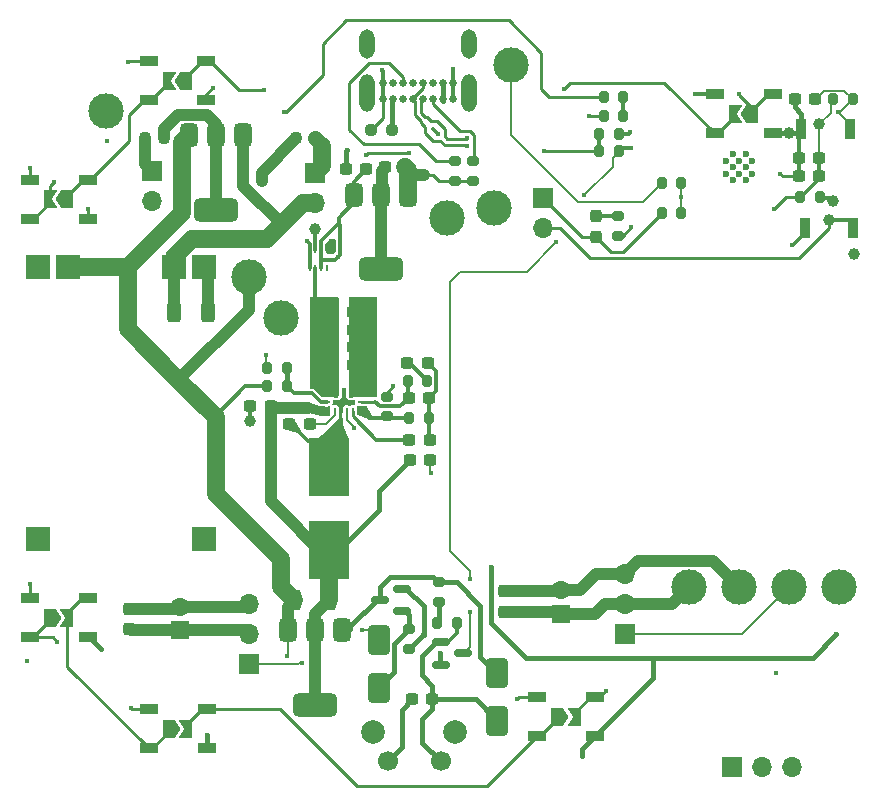
<source format=gtl>
%TF.GenerationSoftware,KiCad,Pcbnew,9.0.0*%
%TF.CreationDate,2025-03-29T02:07:00-04:00*%
%TF.ProjectId,SHERPENT20250113,53484552-5045-44e5-9432-303235303131,rev?*%
%TF.SameCoordinates,Original*%
%TF.FileFunction,Copper,L1,Top*%
%TF.FilePolarity,Positive*%
%FSLAX46Y46*%
G04 Gerber Fmt 4.6, Leading zero omitted, Abs format (unit mm)*
G04 Created by KiCad (PCBNEW 9.0.0) date 2025-03-29 02:07:00*
%MOMM*%
%LPD*%
G01*
G04 APERTURE LIST*
G04 Aperture macros list*
%AMRoundRect*
0 Rectangle with rounded corners*
0 $1 Rounding radius*
0 $2 $3 $4 $5 $6 $7 $8 $9 X,Y pos of 4 corners*
0 Add a 4 corners polygon primitive as box body*
4,1,4,$2,$3,$4,$5,$6,$7,$8,$9,$2,$3,0*
0 Add four circle primitives for the rounded corners*
1,1,$1+$1,$2,$3*
1,1,$1+$1,$4,$5*
1,1,$1+$1,$6,$7*
1,1,$1+$1,$8,$9*
0 Add four rect primitives between the rounded corners*
20,1,$1+$1,$2,$3,$4,$5,0*
20,1,$1+$1,$4,$5,$6,$7,0*
20,1,$1+$1,$6,$7,$8,$9,0*
20,1,$1+$1,$8,$9,$2,$3,0*%
%AMFreePoly0*
4,1,6,1.000000,0.000000,0.500000,-0.750000,-0.500000,-0.750000,-0.500000,0.750000,0.500000,0.750000,1.000000,0.000000,1.000000,0.000000,$1*%
%AMFreePoly1*
4,1,6,0.500000,-0.750000,-0.650000,-0.750000,-0.150000,0.000000,-0.650000,0.750000,0.500000,0.750000,0.500000,-0.750000,0.500000,-0.750000,$1*%
%AMFreePoly2*
4,1,5,0.200000,-0.625000,-0.200000,-0.625000,-0.200000,0.625000,0.200000,0.625000,0.200000,-0.625000,0.200000,-0.625000,$1*%
%AMFreePoly3*
4,1,5,0.200000,-0.725000,-0.200000,-0.725000,-0.200000,0.725000,0.200000,0.725000,0.200000,-0.725000,0.200000,-0.725000,$1*%
G04 Aperture macros list end*
%TA.AperFunction,Conductor*%
%ADD10C,0.200000*%
%TD*%
%TA.AperFunction,SMDPad,CuDef*%
%ADD11R,3.505200X5.000000*%
%TD*%
%TA.AperFunction,SMDPad,CuDef*%
%ADD12RoundRect,0.237500X0.300000X0.237500X-0.300000X0.237500X-0.300000X-0.237500X0.300000X-0.237500X0*%
%TD*%
%TA.AperFunction,ComponentPad*%
%ADD13C,3.000000*%
%TD*%
%TA.AperFunction,SMDPad,CuDef*%
%ADD14RoundRect,0.250000X0.650000X-1.000000X0.650000X1.000000X-0.650000X1.000000X-0.650000X-1.000000X0*%
%TD*%
%TA.AperFunction,SMDPad,CuDef*%
%ADD15RoundRect,0.090000X-0.660000X-0.360000X0.660000X-0.360000X0.660000X0.360000X-0.660000X0.360000X0*%
%TD*%
%TA.AperFunction,SMDPad,CuDef*%
%ADD16RoundRect,0.237500X-0.300000X-0.237500X0.300000X-0.237500X0.300000X0.237500X-0.300000X0.237500X0*%
%TD*%
%TA.AperFunction,SMDPad,CuDef*%
%ADD17RoundRect,0.200000X-0.200000X-0.275000X0.200000X-0.275000X0.200000X0.275000X-0.200000X0.275000X0*%
%TD*%
%TA.AperFunction,SMDPad,CuDef*%
%ADD18R,0.228600X0.609600*%
%TD*%
%TA.AperFunction,SMDPad,CuDef*%
%ADD19RoundRect,0.075000X0.000000X0.106066X-0.106066X0.000000X0.000000X-0.106066X0.106066X0.000000X0*%
%TD*%
%TA.AperFunction,SMDPad,CuDef*%
%ADD20FreePoly0,0.000000*%
%TD*%
%TA.AperFunction,SMDPad,CuDef*%
%ADD21FreePoly1,0.000000*%
%TD*%
%TA.AperFunction,SMDPad,CuDef*%
%ADD22RoundRect,0.250000X-0.312500X-0.625000X0.312500X-0.625000X0.312500X0.625000X-0.312500X0.625000X0*%
%TD*%
%TA.AperFunction,ComponentPad*%
%ADD23R,1.700000X1.700000*%
%TD*%
%TA.AperFunction,ComponentPad*%
%ADD24O,1.700000X1.700000*%
%TD*%
%TA.AperFunction,SMDPad,CuDef*%
%ADD25RoundRect,0.200000X-0.275000X0.200000X-0.275000X-0.200000X0.275000X-0.200000X0.275000X0.200000X0*%
%TD*%
%TA.AperFunction,SMDPad,CuDef*%
%ADD26RoundRect,0.090000X0.660000X0.360000X-0.660000X0.360000X-0.660000X-0.360000X0.660000X-0.360000X0*%
%TD*%
%TA.AperFunction,SMDPad,CuDef*%
%ADD27RoundRect,0.237500X0.237500X-0.287500X0.237500X0.287500X-0.237500X0.287500X-0.237500X-0.287500X0*%
%TD*%
%TA.AperFunction,SMDPad,CuDef*%
%ADD28FreePoly0,180.000000*%
%TD*%
%TA.AperFunction,SMDPad,CuDef*%
%ADD29FreePoly1,180.000000*%
%TD*%
%TA.AperFunction,SMDPad,CuDef*%
%ADD30RoundRect,0.218750X0.218750X0.256250X-0.218750X0.256250X-0.218750X-0.256250X0.218750X-0.256250X0*%
%TD*%
%TA.AperFunction,ComponentPad*%
%ADD31R,1.600000X1.600000*%
%TD*%
%TA.AperFunction,ComponentPad*%
%ADD32C,1.600000*%
%TD*%
%TA.AperFunction,SMDPad,CuDef*%
%ADD33RoundRect,0.200000X0.200000X0.275000X-0.200000X0.275000X-0.200000X-0.275000X0.200000X-0.275000X0*%
%TD*%
%TA.AperFunction,SMDPad,CuDef*%
%ADD34RoundRect,0.237500X0.237500X-0.300000X0.237500X0.300000X-0.237500X0.300000X-0.237500X-0.300000X0*%
%TD*%
%TA.AperFunction,SMDPad,CuDef*%
%ADD35RoundRect,0.150000X0.587500X0.150000X-0.587500X0.150000X-0.587500X-0.150000X0.587500X-0.150000X0*%
%TD*%
%TA.AperFunction,SMDPad,CuDef*%
%ADD36RoundRect,0.237500X0.250000X0.237500X-0.250000X0.237500X-0.250000X-0.237500X0.250000X-0.237500X0*%
%TD*%
%TA.AperFunction,SMDPad,CuDef*%
%ADD37RoundRect,0.218750X-0.218750X-0.256250X0.218750X-0.256250X0.218750X0.256250X-0.218750X0.256250X0*%
%TD*%
%TA.AperFunction,SMDPad,CuDef*%
%ADD38RoundRect,0.200000X0.275000X-0.200000X0.275000X0.200000X-0.275000X0.200000X-0.275000X-0.200000X0*%
%TD*%
%TA.AperFunction,SMDPad,CuDef*%
%ADD39RoundRect,0.375000X-0.375000X0.625000X-0.375000X-0.625000X0.375000X-0.625000X0.375000X0.625000X0*%
%TD*%
%TA.AperFunction,SMDPad,CuDef*%
%ADD40RoundRect,0.500000X-1.400000X0.500000X-1.400000X-0.500000X1.400000X-0.500000X1.400000X0.500000X0*%
%TD*%
%TA.AperFunction,SMDPad,CuDef*%
%ADD41R,0.889000X1.803400*%
%TD*%
%TA.AperFunction,ComponentPad*%
%ADD42C,0.648000*%
%TD*%
%TA.AperFunction,ComponentPad*%
%ADD43O,1.300000X2.500000*%
%TD*%
%TA.AperFunction,ComponentPad*%
%ADD44O,1.300000X3.200000*%
%TD*%
%TA.AperFunction,SMDPad,CuDef*%
%ADD45RoundRect,0.150000X-0.587500X-0.150000X0.587500X-0.150000X0.587500X0.150000X-0.587500X0.150000X0*%
%TD*%
%TA.AperFunction,ComponentPad*%
%ADD46R,2.000000X2.000000*%
%TD*%
%TA.AperFunction,ComponentPad*%
%ADD47C,1.700000*%
%TD*%
%TA.AperFunction,ComponentPad*%
%ADD48C,2.000000*%
%TD*%
%TA.AperFunction,HeatsinkPad*%
%ADD49C,0.600000*%
%TD*%
%TA.AperFunction,SMDPad,CuDef*%
%ADD50R,0.575000X0.250000*%
%TD*%
%TA.AperFunction,SMDPad,CuDef*%
%ADD51R,0.225000X0.700000*%
%TD*%
%TA.AperFunction,SMDPad,CuDef*%
%ADD52R,0.549999X0.249999*%
%TD*%
%TA.AperFunction,SMDPad,CuDef*%
%ADD53FreePoly2,90.000000*%
%TD*%
%TA.AperFunction,SMDPad,CuDef*%
%ADD54FreePoly3,180.000000*%
%TD*%
%TA.AperFunction,SMDPad,CuDef*%
%ADD55R,0.399999X1.000000*%
%TD*%
%TA.AperFunction,SMDPad,CuDef*%
%ADD56FreePoly2,270.000000*%
%TD*%
%TA.AperFunction,SMDPad,CuDef*%
%ADD57R,0.249999X0.549999*%
%TD*%
%TA.AperFunction,ViaPad*%
%ADD58C,0.450000*%
%TD*%
%TA.AperFunction,ViaPad*%
%ADD59C,1.000000*%
%TD*%
%TA.AperFunction,Conductor*%
%ADD60C,0.150000*%
%TD*%
%TA.AperFunction,Conductor*%
%ADD61C,0.450000*%
%TD*%
%TA.AperFunction,Conductor*%
%ADD62C,0.300000*%
%TD*%
%TA.AperFunction,Conductor*%
%ADD63C,0.280000*%
%TD*%
%TA.AperFunction,Conductor*%
%ADD64C,1.000000*%
%TD*%
%TA.AperFunction,Conductor*%
%ADD65C,1.500000*%
%TD*%
%TA.AperFunction,Conductor*%
%ADD66C,1.300000*%
%TD*%
%TA.AperFunction,Conductor*%
%ADD67C,0.250000*%
%TD*%
G04 APERTURE END LIST*
D10*
X161899438Y-104280789D02*
X162400000Y-105500000D01*
X159900000Y-105500000D01*
X160800000Y-104700000D01*
X161700000Y-103800000D01*
X161751400Y-103487904D01*
X161755955Y-103000026D01*
X161836779Y-102997954D01*
X161899438Y-104280789D01*
%TA.AperFunction,Conductor*%
G36*
X161899438Y-104280789D02*
G01*
X162400000Y-105500000D01*
X159900000Y-105500000D01*
X160800000Y-104700000D01*
X161700000Y-103800000D01*
X161751400Y-103487904D01*
X161755955Y-103000026D01*
X161836779Y-102997954D01*
X161899438Y-104280789D01*
G37*
%TD.AperFunction*%
X160024694Y-102750000D02*
X160800000Y-102800000D01*
X160800000Y-103400000D01*
X160100000Y-103400000D01*
X159100000Y-103200000D01*
X158859577Y-102385519D01*
X160024694Y-102750000D01*
%TA.AperFunction,Conductor*%
G36*
X160024694Y-102750000D02*
G01*
X160800000Y-102800000D01*
X160800000Y-103400000D01*
X160100000Y-103400000D01*
X159100000Y-103200000D01*
X158859577Y-102385519D01*
X160024694Y-102750000D01*
G37*
%TD.AperFunction*%
D11*
X160800000Y-114830700D03*
X160800000Y-107830700D03*
D12*
X162237500Y-82600000D03*
X163962500Y-82600000D03*
D13*
X141900000Y-77700000D03*
X154009327Y-91736442D03*
D14*
X175000000Y-129300000D03*
X175000000Y-125300000D03*
X165000000Y-126500000D03*
X165000000Y-122500000D03*
D15*
X145517600Y-73450000D03*
X145517600Y-76750000D03*
X150417600Y-76750000D03*
X150417600Y-73450000D03*
D16*
X167537500Y-102000000D03*
X169262500Y-102000000D03*
D17*
X155575000Y-101000000D03*
X157225000Y-101000000D03*
D16*
X167637500Y-107200000D03*
X169362500Y-107200000D03*
D18*
X160650189Y-89450700D03*
X160150063Y-89450700D03*
X159649937Y-89450700D03*
X159149811Y-89450700D03*
X159149811Y-90949300D03*
X159649937Y-90949300D03*
X160150063Y-90949300D03*
X160650189Y-90949300D03*
D19*
X169246967Y-78351992D03*
X168751992Y-78846967D03*
X169600520Y-79200520D03*
D13*
X195500000Y-118000000D03*
D20*
X147275000Y-129998600D03*
D21*
X148725000Y-129998600D03*
D17*
X188975000Y-86310000D03*
X190625000Y-86310000D03*
D16*
X157437500Y-104200000D03*
X159162500Y-104200000D03*
D22*
X157840400Y-119115171D03*
X160765400Y-119115171D03*
D12*
X202312498Y-83200000D03*
X200587498Y-83200000D03*
D16*
X161137500Y-97700000D03*
X162862500Y-97700000D03*
D23*
X194920000Y-133200000D03*
D24*
X197460000Y-133200000D03*
X200000000Y-133200000D03*
D13*
X156700000Y-95200000D03*
D25*
X171500000Y-81925000D03*
X171500000Y-83575000D03*
D20*
X137191400Y-120578000D03*
D21*
X138641400Y-120578000D03*
D13*
X191250000Y-118000000D03*
D26*
X150450000Y-131648600D03*
X150450000Y-128348600D03*
X145550000Y-128348600D03*
X145550000Y-131648600D03*
D15*
X135466400Y-83512800D03*
X135466400Y-86812800D03*
X140366400Y-86812800D03*
X140366400Y-83512800D03*
D17*
X183675000Y-81100000D03*
X185325000Y-81100000D03*
D27*
X183395000Y-88324000D03*
X183395000Y-86574000D03*
D17*
X167575000Y-103700000D03*
X169225000Y-103700000D03*
X167475000Y-100500000D03*
X169125000Y-100500000D03*
D28*
X138641400Y-85162800D03*
D29*
X137191400Y-85162800D03*
D13*
X170800000Y-86700000D03*
D16*
X167437500Y-99000000D03*
X169162500Y-99000000D03*
D30*
X159587500Y-80000000D03*
X158012500Y-80000000D03*
D17*
X183675000Y-79600000D03*
X185325000Y-79600000D03*
D12*
X167262500Y-82450000D03*
X165537500Y-82450000D03*
D31*
X180400000Y-120255113D03*
D32*
X180400000Y-118255113D03*
D26*
X140366400Y-122228000D03*
X140366400Y-118928000D03*
X135466400Y-118928000D03*
X135466400Y-122228000D03*
D13*
X174800000Y-85900000D03*
D23*
X178900000Y-85025000D03*
D24*
X178900000Y-87565000D03*
D16*
X161137500Y-96200000D03*
X162862500Y-96200000D03*
D33*
X205125000Y-76700000D03*
X203475000Y-76700000D03*
D34*
X143900000Y-121562500D03*
X143900000Y-119837500D03*
D35*
X166965100Y-120032400D03*
X166965100Y-118132400D03*
X165090100Y-119082400D03*
D28*
X148692600Y-75100000D03*
D29*
X147242600Y-75100000D03*
D17*
X155575000Y-99400000D03*
X157225000Y-99400000D03*
D13*
X204000000Y-118000000D03*
D16*
X167800000Y-127500000D03*
X169525000Y-127500000D03*
D25*
X167600000Y-121575000D03*
X167600000Y-123225000D03*
D36*
X166162500Y-79250000D03*
X164337500Y-79250000D03*
D23*
X154000000Y-124540000D03*
D24*
X154000000Y-122000000D03*
X154000000Y-119460000D03*
D15*
X193450000Y-76250000D03*
X193450000Y-79550000D03*
X198350000Y-79550000D03*
X198350000Y-76250000D03*
D37*
X145212500Y-80000000D03*
X146787500Y-80000000D03*
D12*
X201962500Y-76700000D03*
X200237500Y-76700000D03*
D23*
X159600000Y-82925000D03*
D24*
X159600000Y-85465000D03*
D17*
X200675000Y-85000000D03*
X202325000Y-85000000D03*
D38*
X170100000Y-119225000D03*
X170100000Y-117575000D03*
D26*
X183310600Y-130635400D03*
X183310600Y-127335400D03*
X178410600Y-127335400D03*
X178410600Y-130635400D03*
D16*
X161137500Y-94700000D03*
X162862500Y-94700000D03*
D28*
X196625000Y-77900000D03*
D29*
X195175000Y-77900000D03*
D13*
X199750000Y-118010255D03*
D17*
X184075000Y-78100000D03*
X185725000Y-78100000D03*
D34*
X175600000Y-120062500D03*
X175600000Y-118337500D03*
D25*
X165717018Y-101875000D03*
X165717018Y-103525000D03*
D39*
X161900000Y-121650000D03*
X159600000Y-121650000D03*
X157300000Y-121650000D03*
D40*
X159600000Y-127950000D03*
D25*
X185300000Y-86575000D03*
X185300000Y-88225000D03*
D39*
X167500000Y-84800000D03*
X165200000Y-84800000D03*
D40*
X165200000Y-91100000D03*
D39*
X162900000Y-84800000D03*
D16*
X161137500Y-99200000D03*
X162862500Y-99200000D03*
X167600000Y-105500000D03*
X169325000Y-105500000D03*
D41*
X201085553Y-87600000D03*
X205185549Y-87600000D03*
X200800000Y-79200000D03*
X204899996Y-79200000D03*
D12*
X155862500Y-102700000D03*
X154137500Y-102700000D03*
D22*
X147637500Y-94700000D03*
X150562500Y-94700000D03*
D42*
X171304800Y-76649200D03*
X170454800Y-76649200D03*
X169604800Y-76649200D03*
X168754800Y-76649200D03*
X167904800Y-76649200D03*
X167054800Y-76649200D03*
X166204800Y-76649200D03*
X165354800Y-76649200D03*
X165354800Y-75299200D03*
X166204800Y-75299200D03*
X167054800Y-75299200D03*
X167904800Y-75299200D03*
X168754800Y-75299200D03*
X169604800Y-75299200D03*
X170454800Y-75299200D03*
X171304800Y-75299200D03*
D43*
X172649800Y-71999200D03*
X164009800Y-71999200D03*
D44*
X172649800Y-76149200D03*
X164009800Y-76149200D03*
D31*
X148200000Y-121655113D03*
D32*
X148200000Y-119655113D03*
D33*
X185725000Y-76500000D03*
X184075000Y-76500000D03*
D23*
X185860600Y-121979487D03*
D24*
X185860600Y-119439487D03*
X185860600Y-116899487D03*
D38*
X173000000Y-83575000D03*
X173000000Y-81925000D03*
D45*
X170262500Y-122650000D03*
X170262500Y-124550000D03*
X172137500Y-123600000D03*
D17*
X169977600Y-121000000D03*
X171627600Y-121000000D03*
D12*
X202312498Y-81700000D03*
X200587498Y-81700000D03*
D23*
X145800000Y-82725000D03*
D24*
X145800000Y-85265000D03*
D46*
X136187500Y-113912500D03*
X150187500Y-113912500D03*
X136187500Y-90912500D03*
X150187500Y-90912500D03*
X138727500Y-90912500D03*
X147647500Y-90912500D03*
D17*
X188975000Y-83800000D03*
X190625000Y-83800000D03*
D20*
X180135600Y-128985400D03*
D21*
X181585600Y-128985400D03*
D13*
X176200000Y-73800000D03*
D47*
X165750000Y-132750000D03*
X170250000Y-132750000D03*
D48*
X164500000Y-130250000D03*
X171500000Y-130250000D03*
D49*
X196640000Y-83000000D03*
X196640000Y-81900000D03*
X196090000Y-83550000D03*
X196090000Y-82450000D03*
X196090000Y-81350000D03*
X195540000Y-83000000D03*
X195540000Y-81900000D03*
X194990000Y-83550000D03*
X194990000Y-82450000D03*
X194990000Y-81350000D03*
X194440000Y-83000000D03*
X194440000Y-81900000D03*
D39*
X153500000Y-79750000D03*
X151200000Y-79750000D03*
X148900000Y-79750000D03*
D40*
X151200000Y-86050000D03*
D50*
X163456213Y-102791213D03*
D51*
X163281213Y-103016213D03*
D52*
X163468714Y-102291214D03*
D53*
X163118713Y-101716213D03*
D54*
X162693713Y-101191213D03*
D55*
X162043713Y-101666213D03*
D54*
X161393713Y-101191213D03*
D56*
X160963713Y-101716213D03*
D52*
X160618712Y-102291214D03*
D51*
X160806213Y-103016213D03*
D50*
X160631213Y-102791213D03*
D57*
X161293712Y-103091212D03*
X161793713Y-103091212D03*
X162293713Y-103091212D03*
X162793714Y-103091212D03*
D58*
X162300000Y-81000000D03*
X157000000Y-77750000D03*
X158900000Y-88700000D03*
X172700000Y-117300000D03*
X172700000Y-120100000D03*
X163600000Y-121600000D03*
D59*
X155100000Y-83600000D03*
X151200000Y-84500000D03*
X151200000Y-83600000D03*
D58*
X164700000Y-101000000D03*
X170200000Y-123600000D03*
X199000000Y-83000000D03*
X182800000Y-78100000D03*
X168762500Y-122062500D03*
X164000000Y-97000000D03*
X198600000Y-125300000D03*
X169400000Y-108300000D03*
X142000000Y-80250000D03*
X164000000Y-94000000D03*
X151000000Y-75700000D03*
X200000000Y-89000000D03*
D59*
X168800000Y-83100000D03*
D58*
X164000000Y-98000000D03*
X164700000Y-97000000D03*
X140400000Y-86000000D03*
X164700000Y-95000000D03*
X164000000Y-99000000D03*
X161100000Y-89300000D03*
X161000000Y-88700000D03*
X164700000Y-98000000D03*
X164000000Y-95000000D03*
X164000000Y-100000000D03*
X135500000Y-117750000D03*
X171300000Y-74100000D03*
X164700000Y-94000000D03*
X164000000Y-96000000D03*
X164700000Y-100000000D03*
X135250000Y-124250000D03*
X164000000Y-101000000D03*
X165300000Y-74200000D03*
X164700000Y-99000000D03*
X164700000Y-96000000D03*
D59*
X205250000Y-89750000D03*
D58*
X170000000Y-79600000D03*
D59*
X154100000Y-103900000D03*
X199700000Y-79550000D03*
D58*
X176750000Y-127500000D03*
X144000000Y-128250000D03*
X170100000Y-120200000D03*
X157200000Y-123800000D03*
X160200000Y-100000000D03*
X159500000Y-100000000D03*
X160200000Y-101000000D03*
X159500000Y-101000000D03*
X160200000Y-97000000D03*
X160200000Y-95000000D03*
X159500000Y-98000000D03*
X159500000Y-96000000D03*
X159500000Y-99000000D03*
X159500000Y-97000000D03*
X159500000Y-95000000D03*
X160200000Y-94000000D03*
X159500000Y-94000000D03*
X166250000Y-101000000D03*
X160200000Y-99000000D03*
X160200000Y-98000000D03*
X160200000Y-96000000D03*
D59*
X165200000Y-89200000D03*
D58*
X191750000Y-76250000D03*
X135500000Y-82500000D03*
X182250000Y-132250000D03*
X150500000Y-130500000D03*
D59*
X202312498Y-78800000D03*
X165200000Y-88000000D03*
X165200000Y-86800000D03*
D58*
X143750000Y-73500000D03*
X141500000Y-123250000D03*
X198500000Y-86000000D03*
X203750000Y-122000000D03*
X179000000Y-81100000D03*
X174500000Y-116250000D03*
X161550000Y-90050000D03*
D59*
X159650000Y-87650000D03*
D58*
X172500000Y-79950000D03*
X172500000Y-80650000D03*
X158503554Y-124396446D03*
X203900000Y-77800000D03*
D59*
X203100000Y-86900000D03*
D58*
X155500000Y-98300000D03*
X162718762Y-102374760D03*
X162014233Y-102413291D03*
X161381070Y-102362140D03*
D59*
X203500000Y-85300000D03*
D58*
X186300000Y-79500000D03*
X185725000Y-77300000D03*
X195500000Y-76200000D03*
X186400000Y-80800000D03*
X182400000Y-84800000D03*
X180000000Y-88800000D03*
X186400000Y-87500000D03*
X180700000Y-75800000D03*
X137800000Y-122600000D03*
X163900000Y-81400000D03*
X155250000Y-75900000D03*
X167600000Y-81200000D03*
X137500000Y-83700000D03*
X184250000Y-126750000D03*
X162894307Y-104547153D03*
X169262500Y-104600000D03*
X190625000Y-85000000D03*
D60*
X159162500Y-104200000D02*
X160532169Y-104200000D01*
X160532169Y-104200000D02*
X161293712Y-103438457D01*
X161293712Y-103438457D02*
X161293712Y-103091212D01*
D61*
X162237500Y-81062500D02*
X162300000Y-81000000D01*
X162237500Y-82600000D02*
X162237500Y-81062500D01*
D62*
X162900000Y-84800000D02*
X162900000Y-83662500D01*
X162900000Y-83662500D02*
X163962500Y-82600000D01*
D63*
X184075000Y-76500000D02*
X179399555Y-76500000D01*
X179399555Y-76500000D02*
X178750000Y-75850445D01*
X178750000Y-75850445D02*
X178750000Y-72750000D01*
X160250000Y-74650000D02*
X157150000Y-77750000D01*
X178750000Y-72750000D02*
X176000000Y-70000000D01*
X176000000Y-70000000D02*
X162250000Y-70000000D01*
X157150000Y-77750000D02*
X157000000Y-77750000D01*
X162250000Y-70000000D02*
X160250000Y-72000000D01*
X160250000Y-72000000D02*
X160250000Y-74650000D01*
D62*
X159149811Y-89450700D02*
X159149811Y-88949811D01*
X159149811Y-88949811D02*
X158900000Y-88700000D01*
D61*
X175000000Y-129300000D02*
X173200000Y-127500000D01*
X173200000Y-127500000D02*
X169525000Y-127500000D01*
X165090100Y-119082400D02*
X165090100Y-118007400D01*
X165090100Y-118007400D02*
X165965100Y-117132400D01*
X165965100Y-117132400D02*
X169582400Y-117132400D01*
X169582400Y-117132400D02*
X170000000Y-117550000D01*
X170000000Y-117550000D02*
X171595200Y-117550000D01*
X171595200Y-117550000D02*
X173600000Y-119554800D01*
X173600000Y-119554800D02*
X173600000Y-123900000D01*
X173600000Y-123900000D02*
X175000000Y-125300000D01*
D60*
X172700000Y-120100000D02*
X172700000Y-123037500D01*
X163600000Y-121600000D02*
X164100000Y-121600000D01*
X164100000Y-121600000D02*
X165000000Y-122500000D01*
D61*
X167600000Y-121575000D02*
X166326000Y-122849000D01*
X166326000Y-122849000D02*
X166326000Y-125174000D01*
X166326000Y-125174000D02*
X165000000Y-126500000D01*
X169525000Y-127500000D02*
X169525000Y-126325000D01*
X169525000Y-126325000D02*
X168662500Y-125462500D01*
X168662500Y-125462500D02*
X168662500Y-123837500D01*
X168662500Y-123837500D02*
X169850000Y-122650000D01*
X169850000Y-122650000D02*
X170262500Y-122650000D01*
X170250000Y-132750000D02*
X168662500Y-131162500D01*
X168662500Y-131162500D02*
X168662500Y-129137500D01*
X168662500Y-129137500D02*
X169525000Y-128275000D01*
X169525000Y-128275000D02*
X169525000Y-127500000D01*
X165750000Y-132750000D02*
X166937500Y-131562500D01*
X166937500Y-131562500D02*
X166937500Y-128362500D01*
X166937500Y-128362500D02*
X167800000Y-127500000D01*
D64*
X159600000Y-121650000D02*
X159600000Y-120280571D01*
X159600000Y-120280571D02*
X160765400Y-119115171D01*
X159600000Y-121650000D02*
X159600000Y-127950000D01*
D60*
X158503554Y-124396446D02*
X158283554Y-124396446D01*
X158283554Y-124396446D02*
X158140000Y-124540000D01*
X158140000Y-124540000D02*
X154000000Y-124540000D01*
X157200000Y-123800000D02*
X157300000Y-123700000D01*
X157300000Y-123700000D02*
X157300000Y-121650000D01*
D64*
X157300000Y-121650000D02*
X157300000Y-119655571D01*
X157300000Y-119655571D02*
X157840400Y-119115171D01*
D65*
X143745500Y-90912500D02*
X148349000Y-86309000D01*
X148349000Y-80301000D02*
X148900000Y-79750000D01*
X148349000Y-86309000D02*
X148349000Y-80301000D01*
D64*
X151200000Y-83600000D02*
X151200000Y-84500000D01*
X158012500Y-80000000D02*
X155100000Y-82912500D01*
X155100000Y-82912500D02*
X155100000Y-83600000D01*
X146787500Y-79212500D02*
X148000000Y-78000000D01*
X146787500Y-80000000D02*
X146787500Y-79212500D01*
X148000000Y-78000000D02*
X150450000Y-78000000D01*
X151200000Y-78750000D02*
X151200000Y-79750000D01*
X150450000Y-78000000D02*
X151200000Y-78750000D01*
X145212500Y-80000000D02*
X145212500Y-82137500D01*
X145212500Y-82137500D02*
X145800000Y-82725000D01*
D63*
X140400000Y-86000000D02*
X140400000Y-86779200D01*
X140400000Y-86779200D02*
X140366400Y-86812800D01*
D64*
X151200000Y-84500000D02*
X151200000Y-86050000D01*
D63*
X150417600Y-76750000D02*
X150417600Y-76282400D01*
X150417600Y-76282400D02*
X151000000Y-75700000D01*
D65*
X143745500Y-96145500D02*
X148050000Y-100450000D01*
D64*
X154009327Y-91736442D02*
X154009327Y-94490673D01*
X154009327Y-94490673D02*
X148050000Y-100450000D01*
D65*
X155580000Y-88500000D02*
X156790000Y-87290000D01*
D64*
X153500000Y-84000000D02*
X156790000Y-87290000D01*
X153500000Y-79750000D02*
X153500000Y-84000000D01*
X151200000Y-79750000D02*
X151200000Y-83600000D01*
X153804887Y-119655113D02*
X154000000Y-119460000D01*
D61*
X167600000Y-123225000D02*
X168762500Y-122062500D01*
D60*
X169362500Y-108262500D02*
X169400000Y-108300000D01*
D61*
X200450000Y-79550000D02*
X200800000Y-79200000D01*
X170262500Y-124550000D02*
X170200000Y-124487500D01*
D63*
X201085553Y-87914447D02*
X200000000Y-89000000D01*
D61*
X199700000Y-79550000D02*
X200450000Y-79550000D01*
D64*
X167900000Y-83100000D02*
X167500000Y-82700000D01*
D63*
X178900000Y-85025000D02*
X178925000Y-85025000D01*
D61*
X170200000Y-124487500D02*
X170200000Y-123600000D01*
D63*
X144098600Y-128348600D02*
X144000000Y-128250000D01*
D62*
X165354800Y-74254800D02*
X165354800Y-75299200D01*
D61*
X168800000Y-122025000D02*
X168800000Y-119600000D01*
D62*
X160650189Y-89450700D02*
X160650189Y-89049811D01*
X200587498Y-79412502D02*
X200800000Y-79200000D01*
D63*
X185666000Y-89619000D02*
X188975000Y-86310000D01*
X165354800Y-78232700D02*
X165354800Y-76649200D01*
D62*
X165354800Y-75299200D02*
X165354800Y-76649200D01*
D63*
X176914600Y-127335400D02*
X176750000Y-127500000D01*
D61*
X167332400Y-118132400D02*
X166965100Y-118132400D01*
D62*
X159149811Y-89450700D02*
X159149811Y-90949300D01*
X165300000Y-74200000D02*
X165354800Y-74254800D01*
D61*
X200800000Y-77900000D02*
X200800000Y-79200000D01*
D64*
X180317613Y-118337500D02*
X180400000Y-118255113D01*
D62*
X154137500Y-103862500D02*
X154100000Y-103900000D01*
D61*
X198350000Y-79550000D02*
X199700000Y-79550000D01*
D63*
X200587498Y-83200000D02*
X199200000Y-83200000D01*
D61*
X200237500Y-76700000D02*
X200237500Y-77337500D01*
D63*
X169600520Y-79200520D02*
X169600520Y-79205537D01*
X170075000Y-83575000D02*
X171500000Y-83575000D01*
D64*
X185860600Y-116899487D02*
X186961087Y-115799000D01*
X180400000Y-118255113D02*
X182044887Y-118255113D01*
D63*
X169600000Y-83100000D02*
X170075000Y-83575000D01*
D64*
X193299000Y-115799000D02*
X195500000Y-118000000D01*
X167500000Y-82700000D02*
X167500000Y-82687500D01*
D62*
X154137500Y-102700000D02*
X154137500Y-103862500D01*
D63*
X182800000Y-78100000D02*
X184075000Y-78100000D01*
X182224000Y-88324000D02*
X183395000Y-88324000D01*
D62*
X171304800Y-74104800D02*
X171300000Y-74100000D01*
X171304800Y-75299200D02*
X171304800Y-76649200D01*
D63*
X169600520Y-79200520D02*
X170000000Y-79600000D01*
X135466400Y-117783600D02*
X135500000Y-117750000D01*
X201085553Y-87600000D02*
X201085553Y-87914447D01*
X168800000Y-83100000D02*
X169600000Y-83100000D01*
X135466400Y-118928000D02*
X135466400Y-117783600D01*
D64*
X150562500Y-91287500D02*
X150187500Y-90912500D01*
X182044887Y-118255113D02*
X183400513Y-116899487D01*
D62*
X171304800Y-75299200D02*
X171304800Y-74104800D01*
D65*
X167500000Y-84800000D02*
X167500000Y-82687500D01*
D64*
X150562500Y-94700000D02*
X150562500Y-91287500D01*
D63*
X178925000Y-85025000D02*
X182224000Y-88324000D01*
X145550000Y-128348600D02*
X144098600Y-128348600D01*
D62*
X160650189Y-89049811D02*
X161000000Y-88700000D01*
D64*
X143900000Y-119837500D02*
X148017613Y-119837500D01*
D61*
X168762500Y-122062500D02*
X168800000Y-122025000D01*
X200237500Y-77337500D02*
X200800000Y-77900000D01*
D62*
X200587498Y-81700000D02*
X200587498Y-83200000D01*
D61*
X168800000Y-119600000D02*
X167332400Y-118132400D01*
D63*
X171500000Y-83575000D02*
X173000000Y-83575000D01*
X178410600Y-127335400D02*
X176914600Y-127335400D01*
D64*
X168800000Y-83100000D02*
X167900000Y-83100000D01*
X148200000Y-119655113D02*
X153804887Y-119655113D01*
D63*
X199200000Y-83200000D02*
X199000000Y-83000000D01*
D64*
X148017613Y-119837500D02*
X148200000Y-119655113D01*
D63*
X184690000Y-89619000D02*
X185666000Y-89619000D01*
D62*
X200587498Y-81700000D02*
X200587498Y-79412502D01*
D60*
X169362500Y-107200000D02*
X169362500Y-108262500D01*
D65*
X167500000Y-82687500D02*
X167262500Y-82450000D01*
D64*
X183400513Y-116899487D02*
X185860600Y-116899487D01*
D63*
X164337500Y-79250000D02*
X165354800Y-78232700D01*
X183395000Y-88324000D02*
X184690000Y-89619000D01*
D64*
X186961087Y-115799000D02*
X193299000Y-115799000D01*
X175600000Y-118337500D02*
X180317613Y-118337500D01*
X159587500Y-82912500D02*
X159600000Y-82925000D01*
D65*
X160200000Y-82300000D02*
X159587500Y-82912500D01*
X160200000Y-80612500D02*
X160200000Y-82300000D01*
D66*
X159587500Y-80000000D02*
X160200000Y-80612500D01*
D65*
X151200000Y-110100000D02*
X156700000Y-115600000D01*
D62*
X153700000Y-101000000D02*
X151200000Y-103500000D01*
D61*
X170100000Y-120877600D02*
X169977600Y-121000000D01*
D65*
X143745500Y-90912500D02*
X143745500Y-96145500D01*
X148050000Y-100450000D02*
X151200000Y-103600000D01*
X151200000Y-103600000D02*
X151200000Y-110100000D01*
D61*
X170100000Y-120200000D02*
X170100000Y-120877600D01*
D65*
X156700000Y-115600000D02*
X156700000Y-117974771D01*
D62*
X151200000Y-103500000D02*
X151200000Y-103600000D01*
D65*
X138727500Y-90912500D02*
X143745500Y-90912500D01*
D62*
X155575000Y-101000000D02*
X153700000Y-101000000D01*
D61*
X170100000Y-119225000D02*
X170100000Y-120200000D01*
D65*
X156700000Y-117974771D02*
X157840400Y-119115171D01*
D62*
X159649937Y-90949300D02*
X159649937Y-93649937D01*
D64*
X183344887Y-120255113D02*
X184160513Y-119439487D01*
X180400000Y-120255113D02*
X183344887Y-120255113D01*
X143992613Y-121655113D02*
X143900000Y-121562500D01*
D63*
X165717018Y-101875000D02*
X165717018Y-101532982D01*
D64*
X185860600Y-119439487D02*
X189810513Y-119439487D01*
X148200000Y-121655113D02*
X153655113Y-121655113D01*
D63*
X165717018Y-101532982D02*
X166250000Y-101000000D01*
D64*
X175600000Y-120062500D02*
X180207387Y-120062500D01*
X180207387Y-120062500D02*
X180400000Y-120255113D01*
X184160513Y-119439487D02*
X185860600Y-119439487D01*
X153655113Y-121655113D02*
X154000000Y-122000000D01*
X148200000Y-121655113D02*
X143992613Y-121655113D01*
D62*
X159649937Y-93649937D02*
X160000000Y-94000000D01*
D64*
X189810513Y-119439487D02*
X191250000Y-118000000D01*
D62*
X183675000Y-79600000D02*
X183675000Y-81100000D01*
D61*
X188250000Y-124000000D02*
X201750000Y-124000000D01*
X188250000Y-125696000D02*
X188250000Y-124000000D01*
X140478000Y-122228000D02*
X141500000Y-123250000D01*
D60*
X203300000Y-77812498D02*
X202312498Y-78800000D01*
D61*
X177500000Y-124000000D02*
X188250000Y-124000000D01*
D60*
X203300000Y-76875000D02*
X203300000Y-77812498D01*
D61*
X174500000Y-116250000D02*
X174500000Y-121000000D01*
D64*
X165200000Y-88000000D02*
X165200000Y-86800000D01*
D61*
X140366400Y-122228000D02*
X140478000Y-122228000D01*
X182250000Y-131696000D02*
X183310600Y-130635400D01*
D64*
X165537500Y-82450000D02*
X165242539Y-82744961D01*
X165200000Y-91100000D02*
X165200000Y-89200000D01*
D61*
X174500000Y-121000000D02*
X177500000Y-124000000D01*
D63*
X135466400Y-83512800D02*
X135466400Y-82533600D01*
X143800000Y-73450000D02*
X143750000Y-73500000D01*
D64*
X165242539Y-82744961D02*
X165242539Y-84757461D01*
D63*
X200675000Y-85000000D02*
X199500000Y-85000000D01*
X199500000Y-85000000D02*
X198500000Y-86000000D01*
D60*
X203475000Y-76700000D02*
X203300000Y-76875000D01*
D63*
X183675000Y-81100000D02*
X179000000Y-81100000D01*
D61*
X201750000Y-124000000D02*
X203750000Y-122000000D01*
X182250000Y-132250000D02*
X182250000Y-131696000D01*
D63*
X202312498Y-83200000D02*
X202312498Y-83362502D01*
D61*
X150450000Y-130550000D02*
X150500000Y-130500000D01*
D63*
X135466400Y-82533600D02*
X135500000Y-82500000D01*
D62*
X202312498Y-81700000D02*
X202312498Y-83200000D01*
D60*
X202312498Y-78800000D02*
X202312498Y-81700000D01*
D63*
X202312498Y-83362502D02*
X200675000Y-85000000D01*
D64*
X165200000Y-86800000D02*
X165200000Y-84800000D01*
X165200000Y-89200000D02*
X165200000Y-88000000D01*
D63*
X145517600Y-73450000D02*
X143800000Y-73450000D01*
D61*
X150450000Y-131648600D02*
X150450000Y-130550000D01*
D64*
X165242539Y-84757461D02*
X165200000Y-84800000D01*
D62*
X191750000Y-76250000D02*
X193450000Y-76250000D01*
D61*
X183310600Y-130635400D02*
X188250000Y-125696000D01*
D64*
X155862500Y-110723900D02*
X160800000Y-115661400D01*
D65*
X160765400Y-115696000D02*
X160800000Y-115661400D01*
X160765400Y-119115171D02*
X160765400Y-115696000D01*
D64*
X155953713Y-102791213D02*
X159041213Y-102791213D01*
D62*
X155862500Y-102700000D02*
X155953713Y-102791213D01*
D61*
X160800000Y-115661400D02*
X165000000Y-111461400D01*
D64*
X155862500Y-102700000D02*
X155862500Y-110723900D01*
D61*
X165000000Y-111461400D02*
X165000000Y-109837500D01*
X165000000Y-109837500D02*
X167637500Y-107200000D01*
D63*
X173066000Y-79715555D02*
X172734445Y-79384000D01*
X172734445Y-79384000D02*
X171879147Y-79384000D01*
X173000000Y-81925000D02*
X173066000Y-81859000D01*
X171879147Y-79384000D02*
X169604800Y-77109653D01*
X169604800Y-77109653D02*
X169604800Y-76649200D01*
X173066000Y-81859000D02*
X173066000Y-79715555D01*
X163750000Y-80500000D02*
X168400000Y-80500000D01*
X168400000Y-80500000D02*
X169825000Y-81925000D01*
X162500000Y-79250000D02*
X163750000Y-80500000D01*
X164173514Y-73634000D02*
X162500000Y-75307514D01*
X169825000Y-81925000D02*
X171500000Y-81925000D01*
X167054800Y-74840995D02*
X165847805Y-73634000D01*
X167054800Y-75299200D02*
X167054800Y-74840995D01*
X162500000Y-75307514D02*
X162500000Y-79250000D01*
X165847805Y-73634000D02*
X164173514Y-73634000D01*
D62*
X160150063Y-89450700D02*
X160150063Y-88649937D01*
X161600000Y-86700000D02*
X162900000Y-85400000D01*
X160150063Y-88649937D02*
X161600000Y-87200000D01*
X161700000Y-87300000D02*
X161600000Y-87200000D01*
X161600000Y-87200000D02*
X161600000Y-86700000D01*
X162900000Y-85400000D02*
X162900000Y-84800000D01*
X160156563Y-90293500D02*
X161306500Y-90293500D01*
X160150063Y-90300000D02*
X160156563Y-90293500D01*
X161700000Y-89900000D02*
X161700000Y-87300000D01*
X160150063Y-90300000D02*
X160150063Y-90949300D01*
X160150063Y-89450700D02*
X160150063Y-90300000D01*
X161306500Y-90293500D02*
X161550000Y-90050000D01*
X161550000Y-90050000D02*
X161700000Y-89900000D01*
D60*
X176200000Y-79700000D02*
X176200000Y-73800000D01*
X187375000Y-85400000D02*
X181900000Y-85400000D01*
D61*
X166204800Y-76649200D02*
X166162500Y-76691500D01*
X166162500Y-76691500D02*
X166162500Y-79250000D01*
D62*
X159649937Y-89450700D02*
X159649937Y-87850063D01*
D60*
X188975000Y-83800000D02*
X187375000Y-85400000D01*
X181900000Y-85400000D02*
X176200000Y-79700000D01*
D61*
X170454800Y-75299200D02*
X170454800Y-76859861D01*
D63*
X172500000Y-79950000D02*
X172415000Y-80035000D01*
X169945600Y-78545600D02*
X169440575Y-78545600D01*
X172415000Y-80035000D02*
X170809767Y-80035000D01*
X169053359Y-78158384D02*
X169246967Y-78351992D01*
X168754800Y-76649200D02*
X168594800Y-76809200D01*
X168594800Y-77820033D02*
X168933151Y-78158384D01*
X170600000Y-79825233D02*
X170600000Y-79200000D01*
X170600000Y-79200000D02*
X169945600Y-78545600D01*
X168594800Y-76809200D02*
X168594800Y-77820033D01*
X169440575Y-78545600D02*
X169246967Y-78351992D01*
X168933151Y-78158384D02*
X169053359Y-78158384D01*
X170809767Y-80035000D02*
X170600000Y-79825233D01*
X169600000Y-80200000D02*
X168945600Y-79545600D01*
X167904800Y-76649200D02*
X168064800Y-76809200D01*
X172500000Y-80650000D02*
X172415000Y-80565000D01*
X168558384Y-78533151D02*
X168558384Y-78653359D01*
X167904800Y-76558747D02*
X168754800Y-75708747D01*
X170225233Y-80200000D02*
X169600000Y-80200000D01*
X170590233Y-80565000D02*
X170225233Y-80200000D01*
X168064800Y-76809200D02*
X168064800Y-78039567D01*
X172415000Y-80565000D02*
X170590233Y-80565000D01*
X168945600Y-79040575D02*
X168751992Y-78846967D01*
X168064800Y-78039567D02*
X168558384Y-78533151D01*
X168754800Y-75708747D02*
X168754800Y-75299200D01*
X168945600Y-79545600D02*
X168945600Y-79040575D01*
X167904800Y-76649200D02*
X167904800Y-76558747D01*
X168558384Y-78653359D02*
X168751992Y-78846967D01*
D60*
X204799996Y-78699996D02*
X204799996Y-79100000D01*
X201962500Y-76700000D02*
X202713500Y-75949000D01*
X204799996Y-79100000D02*
X204899996Y-79200000D01*
X204374000Y-75949000D02*
X205125000Y-76700000D01*
X203900000Y-77800000D02*
X204025000Y-77800000D01*
X204025000Y-77800000D02*
X205125000Y-76700000D01*
X202713500Y-75949000D02*
X204374000Y-75949000D01*
X203900000Y-77800000D02*
X204799996Y-78699996D01*
X195780768Y-121979487D02*
X199750000Y-118010255D01*
X185860600Y-121979487D02*
X195780768Y-121979487D01*
D62*
X203100000Y-86900000D02*
X205185549Y-86900000D01*
X205185549Y-86900000D02*
X205185549Y-87600000D01*
D63*
X182900000Y-90100000D02*
X200613753Y-90100000D01*
X178900000Y-87565000D02*
X180365000Y-87565000D01*
X180365000Y-87565000D02*
X182900000Y-90100000D01*
X200613753Y-90100000D02*
X203100000Y-87613753D01*
X203100000Y-87613753D02*
X203100000Y-86900000D01*
D60*
X155500000Y-98300000D02*
X155500000Y-99325000D01*
X155500000Y-99325000D02*
X155575000Y-99400000D01*
D62*
X159013462Y-105613462D02*
X159413462Y-105613462D01*
X157600000Y-104200000D02*
X159013462Y-105613462D01*
X157437500Y-104200000D02*
X157600000Y-104200000D01*
D64*
X159750000Y-106919300D02*
X159880700Y-106919300D01*
D62*
X159413462Y-105613462D02*
X160800000Y-107000000D01*
D67*
X162793714Y-103493714D02*
X162793714Y-103091212D01*
D62*
X162993214Y-103693214D02*
X164800000Y-105500000D01*
D67*
X162993214Y-103693214D02*
X162793714Y-103493714D01*
D62*
X164800000Y-105500000D02*
X167600000Y-105500000D01*
X167625000Y-99000000D02*
X169125000Y-100500000D01*
X167437500Y-99000000D02*
X167625000Y-99000000D01*
X165071292Y-102700000D02*
X166837500Y-102700000D01*
X167475000Y-101937500D02*
X167537500Y-102000000D01*
X164662506Y-102291214D02*
X165071292Y-102700000D01*
D67*
X163468714Y-102291214D02*
X164662506Y-102291214D01*
D62*
X166837500Y-102700000D02*
X167537500Y-102000000D01*
X167475000Y-100500000D02*
X167475000Y-101937500D01*
X202100000Y-85025000D02*
X203225000Y-85025000D01*
X203225000Y-85025000D02*
X203500000Y-85300000D01*
X186200000Y-79600000D02*
X186300000Y-79500000D01*
X185325000Y-79600000D02*
X186200000Y-79600000D01*
X185725000Y-76500000D02*
X185725000Y-77300000D01*
X185725000Y-77300000D02*
X185725000Y-78100000D01*
X165090100Y-119082400D02*
X164817600Y-119082400D01*
D61*
X164817600Y-119082400D02*
X162700000Y-121200000D01*
D62*
X162700000Y-121200000D02*
X162700000Y-121650000D01*
X171700000Y-120927600D02*
X171627600Y-121000000D01*
X171627600Y-121000000D02*
X171627600Y-121869900D01*
X171627600Y-121869900D02*
X170765100Y-122732400D01*
X185300000Y-86575000D02*
X183396000Y-86575000D01*
X183396000Y-86575000D02*
X183395000Y-86574000D01*
D63*
X196625000Y-77575000D02*
X197950000Y-76250000D01*
X197950000Y-76250000D02*
X198350000Y-76250000D01*
X195982160Y-76817840D02*
X195500000Y-76335680D01*
X196625000Y-77460680D02*
X195982160Y-76817840D01*
X196625000Y-77900000D02*
X196625000Y-77460680D01*
X195500000Y-76335680D02*
X195500000Y-76200000D01*
X196625000Y-77900000D02*
X196625000Y-77575000D01*
D60*
X177529200Y-91270800D02*
X171859013Y-91270800D01*
X171000000Y-92129813D02*
X171000000Y-114900000D01*
X172700000Y-123037500D02*
X172137500Y-123600000D01*
X172700000Y-116600000D02*
X172700000Y-117300000D01*
X182400000Y-84800000D02*
X184800000Y-82400000D01*
X184800000Y-81625000D02*
X185325000Y-81100000D01*
X171859013Y-91270800D02*
X171000000Y-92129813D01*
X184800000Y-82400000D02*
X184800000Y-81625000D01*
X171000000Y-114900000D02*
X172700000Y-116600000D01*
X180000000Y-88800000D02*
X177529200Y-91270800D01*
D62*
X185325000Y-80800000D02*
X186400000Y-80800000D01*
D63*
X185300000Y-88225000D02*
X185675000Y-88225000D01*
X185675000Y-88225000D02*
X186400000Y-87500000D01*
D62*
X164200000Y-103700000D02*
X163700000Y-103200000D01*
X167575000Y-103700000D02*
X164200000Y-103700000D01*
D61*
X166965100Y-120032400D02*
X167242036Y-120032400D01*
X167600000Y-120390364D02*
X167600000Y-121575000D01*
X167242036Y-120032400D02*
X167600000Y-120390364D01*
D63*
X189200000Y-75300000D02*
X193450000Y-79550000D01*
X195175000Y-78125000D02*
X195175000Y-77900000D01*
X193750000Y-79550000D02*
X195175000Y-78125000D01*
X193450000Y-79550000D02*
X193750000Y-79550000D01*
X180700000Y-75800000D02*
X181200000Y-75300000D01*
X181200000Y-75300000D02*
X189200000Y-75300000D01*
X135772000Y-122228000D02*
X137191400Y-120808600D01*
X137191400Y-120808600D02*
X137191400Y-120578000D01*
X135466400Y-122228000D02*
X135772000Y-122228000D01*
X137428000Y-122228000D02*
X137800000Y-122600000D01*
X135466400Y-122228000D02*
X137428000Y-122228000D01*
X147242600Y-75257400D02*
X147242600Y-75100000D01*
X143900000Y-80200000D02*
X143900000Y-78000000D01*
X140587200Y-83512800D02*
X143900000Y-80200000D01*
X143900000Y-78000000D02*
X145150000Y-76750000D01*
X139987200Y-83512800D02*
X140366400Y-83512800D01*
X138641400Y-85162800D02*
X138641400Y-84858600D01*
X145517600Y-76750000D02*
X145750000Y-76750000D01*
X145750000Y-76750000D02*
X147242600Y-75257400D01*
X140366400Y-83512800D02*
X140587200Y-83512800D01*
X138641400Y-84858600D02*
X139987200Y-83512800D01*
X145150000Y-76750000D02*
X145517600Y-76750000D01*
X148692600Y-74807400D02*
X150050000Y-73450000D01*
X150050000Y-73450000D02*
X150417600Y-73450000D01*
X164100000Y-81200000D02*
X167600000Y-81200000D01*
X150986149Y-73686959D02*
X150654559Y-73686959D01*
X148692600Y-75100000D02*
X148692600Y-74807400D01*
X163900000Y-81400000D02*
X164100000Y-81200000D01*
X155250000Y-75900000D02*
X153199190Y-75900000D01*
X153199190Y-75900000D02*
X150986149Y-73686959D01*
X150654559Y-73686959D02*
X150417600Y-73450000D01*
X135466400Y-86812800D02*
X135787200Y-86812800D01*
X137191400Y-84008600D02*
X137191400Y-85162800D01*
X137191400Y-85408600D02*
X137191400Y-85162800D01*
X135787200Y-86812800D02*
X137191400Y-85408600D01*
X137500000Y-83700000D02*
X137191400Y-84008600D01*
X145851400Y-131648600D02*
X145550000Y-131648600D01*
X147275000Y-129998600D02*
X147275000Y-130225000D01*
X145550000Y-131648600D02*
X138641400Y-124740000D01*
X138641400Y-120578000D02*
X138641400Y-120158600D01*
X139872000Y-118928000D02*
X140366400Y-118928000D01*
X138641400Y-124740000D02*
X138641400Y-120578000D01*
X138641400Y-120158600D02*
X139872000Y-118928000D01*
X147275000Y-130225000D02*
X145851400Y-131648600D01*
X174205000Y-134841000D02*
X163141000Y-134841000D01*
X178664600Y-130635400D02*
X178410600Y-130635400D01*
X150051400Y-128348600D02*
X150450000Y-128348600D01*
X148725000Y-129675000D02*
X150051400Y-128348600D01*
X178410600Y-130635400D02*
X174205000Y-134841000D01*
X148725000Y-129998600D02*
X148725000Y-129675000D01*
X156648600Y-128348600D02*
X150450000Y-128348600D01*
X163141000Y-134841000D02*
X156648600Y-128348600D01*
X180135600Y-128985400D02*
X180135600Y-129164400D01*
X180135600Y-129164400D02*
X178664600Y-130635400D01*
X181585600Y-128614400D02*
X181585600Y-128985400D01*
X183664600Y-127335400D02*
X183310600Y-127335400D01*
X184250000Y-126750000D02*
X183664600Y-127335400D01*
X183310600Y-127335400D02*
X182864600Y-127335400D01*
X182864600Y-127335400D02*
X181585600Y-128614400D01*
D65*
X158615000Y-85465000D02*
X159600000Y-85465000D01*
X147647500Y-90050500D02*
X149198000Y-88500000D01*
D64*
X147637500Y-94700000D02*
X147637500Y-90922500D01*
D65*
X147647500Y-90912500D02*
X147647500Y-90050500D01*
X156790000Y-87290000D02*
X158615000Y-85465000D01*
D64*
X147637500Y-90922500D02*
X147647500Y-90912500D01*
D65*
X149198000Y-88500000D02*
X155580000Y-88500000D01*
D62*
X157801000Y-101576000D02*
X157225000Y-101000000D01*
D61*
X157225000Y-99400000D02*
X157225000Y-101000000D01*
D62*
X160091214Y-102291214D02*
X159376000Y-101576000D01*
X159376000Y-101576000D02*
X157801000Y-101576000D01*
X160618712Y-102291214D02*
X160091214Y-102291214D01*
X169876000Y-99713500D02*
X169876000Y-101386500D01*
X169162500Y-99000000D02*
X169876000Y-99713500D01*
X169262500Y-102000000D02*
X169262500Y-104600000D01*
X169876000Y-101386500D02*
X169262500Y-102000000D01*
D10*
X162354944Y-103854944D02*
X163000000Y-104500000D01*
D62*
X169262500Y-104600000D02*
X169262500Y-105437500D01*
D10*
X162354944Y-103152443D02*
X162354944Y-103854944D01*
X162293713Y-103091212D02*
X162354944Y-103152443D01*
D62*
X169262500Y-105437500D02*
X169325000Y-105500000D01*
D60*
X190625000Y-83800000D02*
X190625000Y-85000000D01*
X190625000Y-85000000D02*
X190625000Y-86310000D01*
%TA.AperFunction,Conductor*%
G36*
X161543039Y-93419685D02*
G01*
X161588794Y-93472489D01*
X161600000Y-93524000D01*
X161600000Y-101776000D01*
X161580315Y-101843039D01*
X161527511Y-101888794D01*
X161476000Y-101900000D01*
X160247043Y-101900000D01*
X160180004Y-101880315D01*
X160159362Y-101863681D01*
X159591213Y-101295531D01*
X159591208Y-101295527D01*
X159511290Y-101249387D01*
X159511289Y-101249386D01*
X159511288Y-101249386D01*
X159422144Y-101225500D01*
X159324000Y-101225500D01*
X159256961Y-101205815D01*
X159211206Y-101153011D01*
X159200000Y-101101500D01*
X159200000Y-93524000D01*
X159219685Y-93456961D01*
X159272489Y-93411206D01*
X159324000Y-93400000D01*
X161476000Y-93400000D01*
X161543039Y-93419685D01*
G37*
%TD.AperFunction*%
%TA.AperFunction,Conductor*%
G36*
X164843039Y-93419685D02*
G01*
X164888794Y-93472489D01*
X164900000Y-93524000D01*
X164900000Y-101776000D01*
X164880315Y-101843039D01*
X164827511Y-101888794D01*
X164776000Y-101900000D01*
X162624000Y-101900000D01*
X162556961Y-101880315D01*
X162511206Y-101827511D01*
X162500000Y-101776000D01*
X162500000Y-93524000D01*
X162519685Y-93456961D01*
X162572489Y-93411206D01*
X162624000Y-93400000D01*
X164776000Y-93400000D01*
X164843039Y-93419685D01*
G37*
%TD.AperFunction*%
%TA.AperFunction,Conductor*%
G36*
X162306596Y-101995752D02*
G01*
X162316093Y-102009136D01*
X162326502Y-102030749D01*
X162333047Y-102044340D01*
X162404545Y-102101359D01*
X162404552Y-102101363D01*
X162460979Y-102114241D01*
X162493710Y-102121712D01*
X162493711Y-102121713D01*
X162493713Y-102121713D01*
X162893713Y-102121713D01*
X162944214Y-102121713D01*
X162978862Y-102136065D01*
X162993214Y-102170713D01*
X162993214Y-102435962D01*
X163004847Y-102494445D01*
X163005406Y-102495281D01*
X163005602Y-102496270D01*
X163006693Y-102498902D01*
X163006169Y-102499118D01*
X163007271Y-102504660D01*
X163012647Y-102512572D01*
X163010765Y-102522226D01*
X163012722Y-102532063D01*
X163005616Y-102549410D01*
X163005451Y-102549659D01*
X162979846Y-102587982D01*
X162979660Y-102588916D01*
X162976571Y-102593618D01*
X162964599Y-102601751D01*
X162954362Y-102611986D01*
X162947542Y-102613341D01*
X162945551Y-102614695D01*
X162943093Y-102614226D01*
X162935619Y-102615712D01*
X162648966Y-102615712D01*
X162614463Y-102622575D01*
X162590481Y-102627345D01*
X162570934Y-102640406D01*
X162534152Y-102647721D01*
X162516491Y-102640406D01*
X162496944Y-102627345D01*
X162438461Y-102615712D01*
X162148965Y-102615712D01*
X162090482Y-102627345D01*
X162024160Y-102671659D01*
X161979846Y-102737981D01*
X161968213Y-102796464D01*
X161968213Y-102796467D01*
X161968213Y-103202400D01*
X161953861Y-103237048D01*
X161919213Y-103251400D01*
X161668212Y-103251400D01*
X161633564Y-103237048D01*
X161619212Y-103202400D01*
X161619212Y-102796467D01*
X161619212Y-102796464D01*
X161607579Y-102737981D01*
X161581013Y-102698224D01*
X161563264Y-102671659D01*
X161516490Y-102640406D01*
X161496943Y-102627345D01*
X161438460Y-102615712D01*
X161151807Y-102615712D01*
X161117159Y-102601360D01*
X161110856Y-102593619D01*
X161107765Y-102588915D01*
X161107580Y-102587982D01*
X161081930Y-102549595D01*
X161081810Y-102549412D01*
X161078327Y-102531170D01*
X161074703Y-102512946D01*
X161074802Y-102512704D01*
X161074778Y-102512574D01*
X161074980Y-102512275D01*
X161082021Y-102495278D01*
X161082579Y-102494445D01*
X161094212Y-102435962D01*
X161094212Y-102170713D01*
X161108564Y-102136065D01*
X161143212Y-102121713D01*
X161593714Y-102121713D01*
X161598344Y-102121191D01*
X161639441Y-102116561D01*
X161721840Y-102076879D01*
X161778862Y-102005376D01*
X161778862Y-102005374D01*
X161782304Y-102001059D01*
X161784304Y-102002654D01*
X161805022Y-101984147D01*
X161821197Y-101981400D01*
X162271948Y-101981400D01*
X162306596Y-101995752D01*
G37*
%TD.AperFunction*%
%TA.AperFunction,Conductor*%
G36*
X161282386Y-88527465D02*
G01*
X161332924Y-88575711D01*
X161349500Y-88637647D01*
X161349500Y-89602842D01*
X161349223Y-89603784D01*
X161349486Y-89604732D01*
X161339387Y-89637279D01*
X161329815Y-89669881D01*
X161329045Y-89670614D01*
X161328782Y-89671464D01*
X161305265Y-89697782D01*
X161296930Y-89704784D01*
X161288737Y-89709515D01*
X161275265Y-89722986D01*
X161271155Y-89726440D01*
X161243877Y-89738398D01*
X161217748Y-89752666D01*
X161212231Y-89752271D01*
X161207164Y-89754493D01*
X161191390Y-89755500D01*
X160653743Y-89755500D01*
X160586704Y-89735815D01*
X160540949Y-89683011D01*
X160529903Y-89637798D01*
X160503262Y-89113952D01*
X160519516Y-89045999D01*
X160550506Y-89010141D01*
X161024753Y-88637647D01*
X161148907Y-88540131D01*
X161213787Y-88514201D01*
X161282386Y-88527465D01*
G37*
%TD.AperFunction*%
%TA.AperFunction,Conductor*%
G36*
X164002624Y-102680716D02*
G01*
X164046399Y-102728527D01*
X164506524Y-103619081D01*
X164519808Y-103687676D01*
X164493898Y-103752564D01*
X164437021Y-103793144D01*
X164396359Y-103800000D01*
X164127462Y-103800000D01*
X164075105Y-103788404D01*
X163240356Y-103399583D01*
X163187897Y-103353433D01*
X163168713Y-103287179D01*
X163168713Y-102789444D01*
X163188398Y-102722405D01*
X163241202Y-102676650D01*
X163291937Y-102665447D01*
X163935465Y-102661448D01*
X164002624Y-102680716D01*
G37*
%TD.AperFunction*%
%TA.AperFunction,Conductor*%
G36*
X157974703Y-104027091D02*
G01*
X157979667Y-104031898D01*
X158383212Y-104767606D01*
X158384186Y-104776508D01*
X158381227Y-104781506D01*
X158180474Y-104982259D01*
X158172201Y-104985686D01*
X158168385Y-104985046D01*
X157280935Y-104678836D01*
X157274232Y-104672898D01*
X157273691Y-104663960D01*
X157434880Y-104204742D01*
X157440853Y-104198073D01*
X157442279Y-104197499D01*
X157965774Y-104026404D01*
X157974703Y-104027091D01*
G37*
%TD.AperFunction*%
M02*

</source>
